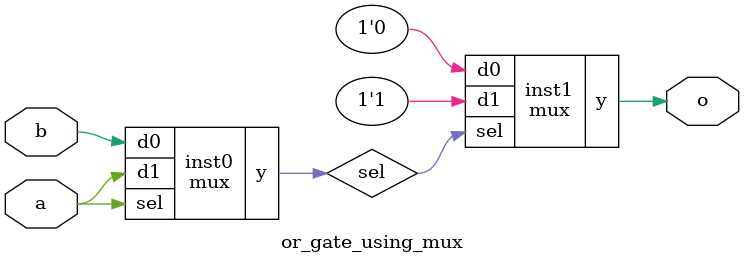
<source format=v>
module mux
(
  input  d0, d1,
  input  sel,
  output y
);

  assign y = sel ? d1 : d0;

endmodule

//----------------------------------------------------------------------------

module or_gate_using_mux
(
    input  a,
    input  b,
    output o
);

  // TODO

  // Implement or gate using instance(s) of mux,
  // constants 0 and 1, and wire connections

  wire sel;
  mux inst0
  (
    .d0(b),
    .d1(a),
    .sel(a),
    .y(sel)
  );

  mux inst1
  (
    .d0(1'b0),
    .d1(1'b1),
    .sel(sel),
    .y(o)
  );



endmodule

</source>
